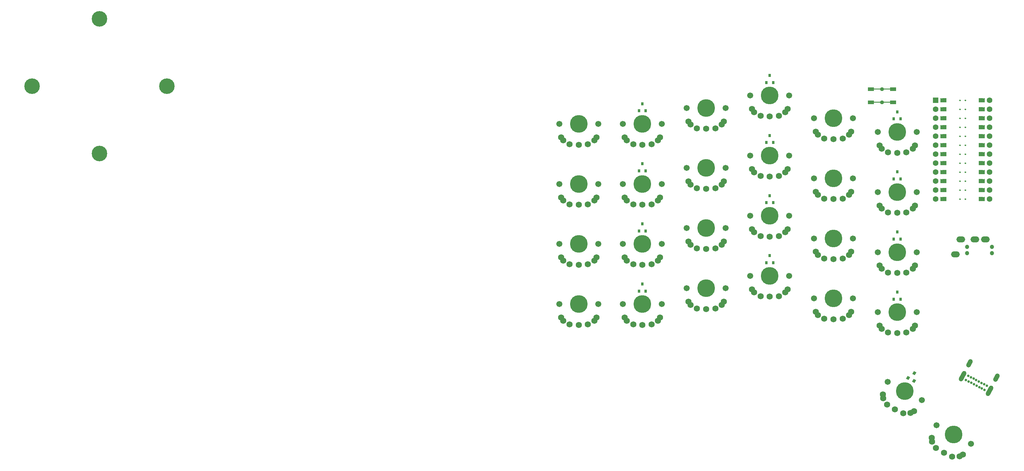
<source format=gbr>
%TF.GenerationSoftware,KiCad,Pcbnew,7.0.6*%
%TF.CreationDate,2023-11-22T22:17:55+08:00*%
%TF.ProjectId,handfull,68616e64-6675-46c6-9c2e-6b696361645f,rev?*%
%TF.SameCoordinates,Original*%
%TF.FileFunction,Soldermask,Top*%
%TF.FilePolarity,Negative*%
%FSLAX46Y46*%
G04 Gerber Fmt 4.6, Leading zero omitted, Abs format (unit mm)*
G04 Created by KiCad (PCBNEW 7.0.6) date 2023-11-22 22:17:55*
%MOMM*%
%LPD*%
G01*
G04 APERTURE LIST*
G04 Aperture macros list*
%AMHorizOval*
0 Thick line with rounded ends*
0 $1 width*
0 $2 $3 position (X,Y) of the first rounded end (center of the circle)*
0 $4 $5 position (X,Y) of the second rounded end (center of the circle)*
0 Add line between two ends*
20,1,$1,$2,$3,$4,$5,0*
0 Add two circle primitives to create the rounded ends*
1,1,$1,$2,$3*
1,1,$1,$4,$5*%
%AMRotRect*
0 Rectangle, with rotation*
0 The origin of the aperture is its center*
0 $1 length*
0 $2 width*
0 $3 Rotation angle, in degrees counterclockwise*
0 Add horizontal line*
21,1,$1,$2,0,0,$3*%
%AMFreePoly0*
4,1,41,0.142350,0.531259,0.275000,0.476314,0.388909,0.388909,0.476314,0.275000,0.531259,0.142350,0.533280,0.127000,3.200000,0.127000,3.235780,0.121856,3.295980,0.083167,3.325707,0.018074,3.315523,-0.052758,3.268661,-0.106839,3.200000,-0.127000,0.533280,-0.127000,0.531259,-0.142350,0.476314,-0.275000,0.388909,-0.388909,0.275000,-0.476314,0.142350,-0.531259,0.000000,-0.550000,
-0.142350,-0.531259,-0.275000,-0.476314,-0.388909,-0.388909,-0.476314,-0.275000,-0.531259,-0.142350,-0.533280,-0.127000,-3.200000,-0.127000,-3.235780,-0.121856,-3.295980,-0.083167,-3.325707,-0.018074,-3.315523,0.052758,-3.268661,0.106839,-3.200000,0.127000,-0.533280,0.127000,-0.531259,0.142350,-0.476314,0.275000,-0.388909,0.388909,-0.275000,0.476314,-0.142350,0.531259,0.000000,0.550000,
0.142350,0.531259,0.142350,0.531259,$1*%
%AMFreePoly1*
4,1,6,0.600000,0.200000,0.000000,-0.400000,-0.600000,0.200000,-0.600000,0.400000,0.600000,0.400000,0.600000,0.200000,0.600000,0.200000,$1*%
%AMFreePoly2*
4,1,6,0.600000,-0.250000,-0.600000,-0.250000,-0.600000,1.000000,0.000000,0.400000,0.600000,1.000000,0.600000,-0.250000,0.600000,-0.250000,$1*%
G04 Aperture macros list end*
%ADD10C,0.250000*%
%ADD11C,0.100000*%
%ADD12C,1.701800*%
%ADD13C,5.000000*%
%ADD14C,1.750000*%
%ADD15FreePoly0,0.000000*%
%ADD16R,1.800000X1.100000*%
%ADD17C,1.600000*%
%ADD18FreePoly1,270.000000*%
%ADD19FreePoly1,90.000000*%
%ADD20R,1.600000X1.600000*%
%ADD21FreePoly2,270.000000*%
%ADD22FreePoly2,90.000000*%
%ADD23R,0.800000X0.900000*%
%ADD24C,1.200000*%
%ADD25O,2.500000X1.700000*%
%ADD26RotRect,0.900000X0.800000X61.801000*%
%ADD27C,4.400000*%
%ADD28C,0.700000*%
%ADD29HorizOval,1.300000X0.448909X0.837246X-0.448909X-0.837246X0*%
%ADD30HorizOval,1.300000X0.283521X0.528787X-0.283521X-0.528787X0*%
G04 APERTURE END LIST*
D10*
%TO.C,U2*%
X195402000Y-51363224D02*
G75*
G03*
X195402000Y-51363224I-125000J0D01*
G01*
X193878000Y-51363224D02*
G75*
G03*
X193878000Y-51363224I-125000J0D01*
G01*
X195402000Y-53903224D02*
G75*
G03*
X195402000Y-53903224I-125000J0D01*
G01*
X193878000Y-53903224D02*
G75*
G03*
X193878000Y-53903224I-125000J0D01*
G01*
X195402000Y-56443224D02*
G75*
G03*
X195402000Y-56443224I-125000J0D01*
G01*
X193878000Y-56443224D02*
G75*
G03*
X193878000Y-56443224I-125000J0D01*
G01*
X195402000Y-58983224D02*
G75*
G03*
X195402000Y-58983224I-125000J0D01*
G01*
X193878000Y-58983224D02*
G75*
G03*
X193878000Y-58983224I-125000J0D01*
G01*
X195402000Y-61523224D02*
G75*
G03*
X195402000Y-61523224I-125000J0D01*
G01*
X193878000Y-61523224D02*
G75*
G03*
X193878000Y-61523224I-125000J0D01*
G01*
X195402000Y-64063224D02*
G75*
G03*
X195402000Y-64063224I-125000J0D01*
G01*
X193878000Y-64063224D02*
G75*
G03*
X193878000Y-64063224I-125000J0D01*
G01*
X195402000Y-66603224D02*
G75*
G03*
X195402000Y-66603224I-125000J0D01*
G01*
X193878000Y-66603224D02*
G75*
G03*
X193878000Y-66603224I-125000J0D01*
G01*
X195402000Y-69143224D02*
G75*
G03*
X195402000Y-69143224I-125000J0D01*
G01*
X193878000Y-69143224D02*
G75*
G03*
X193878000Y-69143224I-125000J0D01*
G01*
X195402000Y-71683224D02*
G75*
G03*
X195402000Y-71683224I-125000J0D01*
G01*
X193878000Y-71683224D02*
G75*
G03*
X193878000Y-71683224I-125000J0D01*
G01*
X195402000Y-74223224D02*
G75*
G03*
X195402000Y-74223224I-125000J0D01*
G01*
X193878000Y-74223224D02*
G75*
G03*
X193878000Y-74223224I-125000J0D01*
G01*
X195402000Y-76763224D02*
G75*
G03*
X195402000Y-76763224I-125000J0D01*
G01*
X193878000Y-76763224D02*
G75*
G03*
X193878000Y-76763224I-125000J0D01*
G01*
X195402000Y-79303224D02*
G75*
G03*
X195402000Y-79303224I-125000J0D01*
G01*
X193878000Y-79303224D02*
G75*
G03*
X193878000Y-79303224I-125000J0D01*
G01*
D11*
X189435000Y-51871224D02*
X188419000Y-51871224D01*
X188419000Y-50855224D01*
X189435000Y-50855224D01*
X189435000Y-51871224D01*
G36*
X189435000Y-51871224D02*
G01*
X188419000Y-51871224D01*
X188419000Y-50855224D01*
X189435000Y-50855224D01*
X189435000Y-51871224D01*
G37*
X200611000Y-51871224D02*
X199595000Y-51871224D01*
X199595000Y-50855224D01*
X200611000Y-50855224D01*
X200611000Y-51871224D01*
G36*
X200611000Y-51871224D02*
G01*
X199595000Y-51871224D01*
X199595000Y-50855224D01*
X200611000Y-50855224D01*
X200611000Y-51871224D01*
G37*
X189435000Y-54411224D02*
X188419000Y-54411224D01*
X188419000Y-53395224D01*
X189435000Y-53395224D01*
X189435000Y-54411224D01*
G36*
X189435000Y-54411224D02*
G01*
X188419000Y-54411224D01*
X188419000Y-53395224D01*
X189435000Y-53395224D01*
X189435000Y-54411224D01*
G37*
X200611000Y-54411224D02*
X199595000Y-54411224D01*
X199595000Y-53395224D01*
X200611000Y-53395224D01*
X200611000Y-54411224D01*
G36*
X200611000Y-54411224D02*
G01*
X199595000Y-54411224D01*
X199595000Y-53395224D01*
X200611000Y-53395224D01*
X200611000Y-54411224D01*
G37*
X189435000Y-56951224D02*
X188419000Y-56951224D01*
X188419000Y-55935224D01*
X189435000Y-55935224D01*
X189435000Y-56951224D01*
G36*
X189435000Y-56951224D02*
G01*
X188419000Y-56951224D01*
X188419000Y-55935224D01*
X189435000Y-55935224D01*
X189435000Y-56951224D01*
G37*
X200611000Y-56951224D02*
X199595000Y-56951224D01*
X199595000Y-55935224D01*
X200611000Y-55935224D01*
X200611000Y-56951224D01*
G36*
X200611000Y-56951224D02*
G01*
X199595000Y-56951224D01*
X199595000Y-55935224D01*
X200611000Y-55935224D01*
X200611000Y-56951224D01*
G37*
X189435000Y-59491224D02*
X188419000Y-59491224D01*
X188419000Y-58475224D01*
X189435000Y-58475224D01*
X189435000Y-59491224D01*
G36*
X189435000Y-59491224D02*
G01*
X188419000Y-59491224D01*
X188419000Y-58475224D01*
X189435000Y-58475224D01*
X189435000Y-59491224D01*
G37*
X200611000Y-59491224D02*
X199595000Y-59491224D01*
X199595000Y-58475224D01*
X200611000Y-58475224D01*
X200611000Y-59491224D01*
G36*
X200611000Y-59491224D02*
G01*
X199595000Y-59491224D01*
X199595000Y-58475224D01*
X200611000Y-58475224D01*
X200611000Y-59491224D01*
G37*
X189435000Y-62031224D02*
X188419000Y-62031224D01*
X188419000Y-61015224D01*
X189435000Y-61015224D01*
X189435000Y-62031224D01*
G36*
X189435000Y-62031224D02*
G01*
X188419000Y-62031224D01*
X188419000Y-61015224D01*
X189435000Y-61015224D01*
X189435000Y-62031224D01*
G37*
X200611000Y-62031224D02*
X199595000Y-62031224D01*
X199595000Y-61015224D01*
X200611000Y-61015224D01*
X200611000Y-62031224D01*
G36*
X200611000Y-62031224D02*
G01*
X199595000Y-62031224D01*
X199595000Y-61015224D01*
X200611000Y-61015224D01*
X200611000Y-62031224D01*
G37*
X189435000Y-64571224D02*
X188419000Y-64571224D01*
X188419000Y-63555224D01*
X189435000Y-63555224D01*
X189435000Y-64571224D01*
G36*
X189435000Y-64571224D02*
G01*
X188419000Y-64571224D01*
X188419000Y-63555224D01*
X189435000Y-63555224D01*
X189435000Y-64571224D01*
G37*
X200611000Y-64571224D02*
X199595000Y-64571224D01*
X199595000Y-63555224D01*
X200611000Y-63555224D01*
X200611000Y-64571224D01*
G36*
X200611000Y-64571224D02*
G01*
X199595000Y-64571224D01*
X199595000Y-63555224D01*
X200611000Y-63555224D01*
X200611000Y-64571224D01*
G37*
X189435000Y-67111224D02*
X188419000Y-67111224D01*
X188419000Y-66095224D01*
X189435000Y-66095224D01*
X189435000Y-67111224D01*
G36*
X189435000Y-67111224D02*
G01*
X188419000Y-67111224D01*
X188419000Y-66095224D01*
X189435000Y-66095224D01*
X189435000Y-67111224D01*
G37*
X200611000Y-67111224D02*
X199595000Y-67111224D01*
X199595000Y-66095224D01*
X200611000Y-66095224D01*
X200611000Y-67111224D01*
G36*
X200611000Y-67111224D02*
G01*
X199595000Y-67111224D01*
X199595000Y-66095224D01*
X200611000Y-66095224D01*
X200611000Y-67111224D01*
G37*
X189435000Y-69651224D02*
X188419000Y-69651224D01*
X188419000Y-68635224D01*
X189435000Y-68635224D01*
X189435000Y-69651224D01*
G36*
X189435000Y-69651224D02*
G01*
X188419000Y-69651224D01*
X188419000Y-68635224D01*
X189435000Y-68635224D01*
X189435000Y-69651224D01*
G37*
X200611000Y-69651224D02*
X199595000Y-69651224D01*
X199595000Y-68635224D01*
X200611000Y-68635224D01*
X200611000Y-69651224D01*
G36*
X200611000Y-69651224D02*
G01*
X199595000Y-69651224D01*
X199595000Y-68635224D01*
X200611000Y-68635224D01*
X200611000Y-69651224D01*
G37*
X189435000Y-72191224D02*
X188419000Y-72191224D01*
X188419000Y-71175224D01*
X189435000Y-71175224D01*
X189435000Y-72191224D01*
G36*
X189435000Y-72191224D02*
G01*
X188419000Y-72191224D01*
X188419000Y-71175224D01*
X189435000Y-71175224D01*
X189435000Y-72191224D01*
G37*
X200611000Y-72191224D02*
X199595000Y-72191224D01*
X199595000Y-71175224D01*
X200611000Y-71175224D01*
X200611000Y-72191224D01*
G36*
X200611000Y-72191224D02*
G01*
X199595000Y-72191224D01*
X199595000Y-71175224D01*
X200611000Y-71175224D01*
X200611000Y-72191224D01*
G37*
X189435000Y-74731224D02*
X188419000Y-74731224D01*
X188419000Y-73715224D01*
X189435000Y-73715224D01*
X189435000Y-74731224D01*
G36*
X189435000Y-74731224D02*
G01*
X188419000Y-74731224D01*
X188419000Y-73715224D01*
X189435000Y-73715224D01*
X189435000Y-74731224D01*
G37*
X200611000Y-74731224D02*
X199595000Y-74731224D01*
X199595000Y-73715224D01*
X200611000Y-73715224D01*
X200611000Y-74731224D01*
G36*
X200611000Y-74731224D02*
G01*
X199595000Y-74731224D01*
X199595000Y-73715224D01*
X200611000Y-73715224D01*
X200611000Y-74731224D01*
G37*
X189435000Y-77271224D02*
X188419000Y-77271224D01*
X188419000Y-76255224D01*
X189435000Y-76255224D01*
X189435000Y-77271224D01*
G36*
X189435000Y-77271224D02*
G01*
X188419000Y-77271224D01*
X188419000Y-76255224D01*
X189435000Y-76255224D01*
X189435000Y-77271224D01*
G37*
X200611000Y-77271224D02*
X199595000Y-77271224D01*
X199595000Y-76255224D01*
X200611000Y-76255224D01*
X200611000Y-77271224D01*
G36*
X200611000Y-77271224D02*
G01*
X199595000Y-77271224D01*
X199595000Y-76255224D01*
X200611000Y-76255224D01*
X200611000Y-77271224D01*
G37*
X189435000Y-79811224D02*
X188419000Y-79811224D01*
X188419000Y-78795224D01*
X189435000Y-78795224D01*
X189435000Y-79811224D01*
G36*
X189435000Y-79811224D02*
G01*
X188419000Y-79811224D01*
X188419000Y-78795224D01*
X189435000Y-78795224D01*
X189435000Y-79811224D01*
G37*
X200611000Y-79811224D02*
X199595000Y-79811224D01*
X199595000Y-78795224D01*
X200611000Y-78795224D01*
X200611000Y-79811224D01*
G36*
X200611000Y-79811224D02*
G01*
X199595000Y-79811224D01*
X199595000Y-78795224D01*
X200611000Y-78795224D01*
X200611000Y-79811224D01*
G37*
%TD*%
D12*
%TO.C,K26*%
X187140000Y-143280000D03*
D13*
X191987169Y-145879029D03*
D12*
X196834338Y-148478058D03*
D14*
X186978613Y-149717892D03*
X189199119Y-151078719D03*
X191561391Y-152175156D03*
X185784959Y-146865228D03*
X185888445Y-147941932D03*
X193643916Y-152100379D03*
X194597993Y-151590736D03*
%TD*%
D12*
%TO.C,K25*%
X173287831Y-131000971D03*
D13*
X178135000Y-133600000D03*
D12*
X182982169Y-136199029D03*
D14*
X173126444Y-137438863D03*
X175346950Y-138799690D03*
X177709222Y-139896127D03*
X171932790Y-134586199D03*
X172036276Y-135662903D03*
X179791747Y-139821350D03*
X180745824Y-139311707D03*
%TD*%
D15*
%TO.C,SW2*%
X171710000Y-48210000D03*
D16*
X168610000Y-48210000D03*
X174810000Y-48210000D03*
X168610000Y-51910000D03*
X174810000Y-51910000D03*
D15*
X171710000Y-51910000D03*
%TD*%
D17*
%TO.C,U2*%
X202135000Y-51363224D03*
D18*
X200357000Y-51363224D03*
D19*
X188673000Y-51363224D03*
D17*
X186895000Y-51363224D03*
D20*
X186895000Y-51363224D03*
D17*
X202135000Y-53903224D03*
D18*
X200357000Y-53903224D03*
D19*
X188673000Y-53903224D03*
D17*
X186895000Y-53903224D03*
X202135000Y-56443224D03*
D18*
X200357000Y-56443224D03*
D19*
X188673000Y-56443224D03*
D17*
X186895000Y-56443224D03*
X202135000Y-58983224D03*
D18*
X200357000Y-58983224D03*
D19*
X188673000Y-58983224D03*
D17*
X186895000Y-58983224D03*
X202135000Y-61523224D03*
D18*
X200357000Y-61523224D03*
D19*
X188673000Y-61523224D03*
D17*
X186895000Y-61523224D03*
X202135000Y-64063224D03*
D18*
X200357000Y-64063224D03*
D19*
X188673000Y-64063224D03*
D17*
X186895000Y-64063224D03*
X202135000Y-66603224D03*
D18*
X200357000Y-66603224D03*
D19*
X188673000Y-66603224D03*
D17*
X186895000Y-66603224D03*
X202135000Y-69143224D03*
D18*
X200357000Y-69143224D03*
D19*
X188673000Y-69143224D03*
D17*
X186895000Y-69143224D03*
X202135000Y-71683224D03*
D18*
X200357000Y-71683224D03*
D19*
X188673000Y-71683224D03*
D17*
X186895000Y-71683224D03*
X202135000Y-74223224D03*
D18*
X200357000Y-74223224D03*
D19*
X188673000Y-74223224D03*
D17*
X186895000Y-74223224D03*
X202135000Y-76763224D03*
D18*
X200357000Y-76763224D03*
D19*
X188673000Y-76763224D03*
D17*
X186895000Y-76763224D03*
X202135000Y-79303224D03*
D18*
X200357000Y-79303224D03*
D19*
X188673000Y-79303224D03*
D17*
X186895000Y-79303224D03*
D21*
X199341000Y-51363224D03*
X199341000Y-53903224D03*
X199341000Y-56443224D03*
X199341000Y-58983224D03*
X199341000Y-61523224D03*
X199341000Y-64063224D03*
X199341000Y-66603224D03*
X199341000Y-69143224D03*
X199341000Y-71683224D03*
X199341000Y-74223224D03*
X199341000Y-76763224D03*
X199341000Y-79303224D03*
D22*
X189689000Y-79303224D03*
X189689000Y-76763224D03*
X189689000Y-74223224D03*
X189689000Y-71683224D03*
X189689000Y-69143224D03*
X189689000Y-66603224D03*
X189689000Y-64063224D03*
X189689000Y-61523224D03*
X189689000Y-58983224D03*
X189689000Y-56443224D03*
X189689000Y-53903224D03*
X189689000Y-51363224D03*
%TD*%
D12*
%TO.C,K3*%
X80500000Y-92000000D03*
D13*
X86000000Y-92000000D03*
D12*
X91500000Y-92000000D03*
D14*
X83400000Y-97750000D03*
X86000000Y-97900000D03*
X88600000Y-97750000D03*
X81000000Y-95800000D03*
X81600000Y-96700000D03*
X90400000Y-96700000D03*
X91000000Y-95800000D03*
%TD*%
D12*
%TO.C,K7*%
X98500000Y-92000000D03*
D13*
X104000000Y-92000000D03*
D12*
X109500000Y-92000000D03*
D14*
X101400000Y-97750000D03*
X104000000Y-97900000D03*
X106600000Y-97750000D03*
X99000000Y-95800000D03*
X99600000Y-96700000D03*
X108400000Y-96700000D03*
X109000000Y-95800000D03*
%TD*%
D12*
%TO.C,K16*%
X134500000Y-101000000D03*
D13*
X140000000Y-101000000D03*
D12*
X145500000Y-101000000D03*
D14*
X137400000Y-106750000D03*
X140000000Y-106900000D03*
X142600000Y-106750000D03*
X135000000Y-104800000D03*
X135600000Y-105700000D03*
X144400000Y-105700000D03*
X145000000Y-104800000D03*
%TD*%
D12*
%TO.C,K17*%
X152500000Y-56400000D03*
D13*
X158000000Y-56400000D03*
D12*
X163500000Y-56400000D03*
D14*
X155400000Y-62150000D03*
X158000000Y-62300000D03*
X160600000Y-62150000D03*
X153000000Y-60200000D03*
X153600000Y-61100000D03*
X162400000Y-61100000D03*
X163000000Y-60200000D03*
%TD*%
D12*
%TO.C,K11*%
X116500000Y-87500000D03*
D13*
X122000000Y-87500000D03*
D12*
X127500000Y-87500000D03*
D14*
X119400000Y-93250000D03*
X122000000Y-93400000D03*
X124600000Y-93250000D03*
X117000000Y-91300000D03*
X117600000Y-92200000D03*
X126400000Y-92200000D03*
X127000000Y-91300000D03*
%TD*%
D12*
%TO.C,K5*%
X98500000Y-58000000D03*
D13*
X104000000Y-58000000D03*
D12*
X109500000Y-58000000D03*
D14*
X101400000Y-63750000D03*
X104000000Y-63900000D03*
X106600000Y-63750000D03*
X99000000Y-61800000D03*
X99600000Y-62700000D03*
X108400000Y-62700000D03*
X109000000Y-61800000D03*
%TD*%
D23*
%TO.C,D4*%
X103050000Y-105300000D03*
X104950000Y-105300000D03*
X104000000Y-103300000D03*
%TD*%
%TO.C,D10*%
X175050000Y-56600000D03*
X176950000Y-56600000D03*
X176000000Y-54600000D03*
%TD*%
D12*
%TO.C,K23*%
X170500000Y-94300000D03*
D13*
X176000000Y-94300000D03*
D12*
X181500000Y-94300000D03*
D14*
X173400000Y-100050000D03*
X176000000Y-100200000D03*
X178600000Y-100050000D03*
X171000000Y-98100000D03*
X171600000Y-99000000D03*
X180400000Y-99000000D03*
X181000000Y-98100000D03*
%TD*%
D12*
%TO.C,K14*%
X134500000Y-67000000D03*
D13*
X140000000Y-67000000D03*
D12*
X145500000Y-67000000D03*
D14*
X137400000Y-72750000D03*
X140000000Y-72900000D03*
X142600000Y-72750000D03*
X135000000Y-70800000D03*
X135600000Y-71700000D03*
X144400000Y-71700000D03*
X145000000Y-70800000D03*
%TD*%
D24*
%TO.C,J5*%
X195760000Y-94570000D03*
X202760000Y-94570000D03*
D25*
X197960000Y-90720000D03*
X200960000Y-90720000D03*
X192460000Y-94920000D03*
X193960000Y-90720000D03*
D24*
X202760000Y-92820000D03*
X195760000Y-92820000D03*
%TD*%
D12*
%TO.C,K18*%
X152500000Y-73400000D03*
D13*
X158000000Y-73400000D03*
D12*
X163500000Y-73400000D03*
D14*
X155400000Y-79150000D03*
X158000000Y-79300000D03*
X160600000Y-79150000D03*
X153000000Y-77200000D03*
X153600000Y-78100000D03*
X162400000Y-78100000D03*
X163000000Y-77200000D03*
%TD*%
D12*
%TO.C,K10*%
X116500000Y-70500000D03*
D13*
X122000000Y-70500000D03*
D12*
X127500000Y-70500000D03*
D14*
X119400000Y-76250000D03*
X122000000Y-76400000D03*
X124600000Y-76250000D03*
X117000000Y-74300000D03*
X117600000Y-75200000D03*
X126400000Y-75200000D03*
X127000000Y-74300000D03*
%TD*%
D12*
%TO.C,K6*%
X98500000Y-75000000D03*
D13*
X104000000Y-75000000D03*
D12*
X109500000Y-75000000D03*
D14*
X101400000Y-80750000D03*
X104000000Y-80900000D03*
X106600000Y-80750000D03*
X99000000Y-78800000D03*
X99600000Y-79700000D03*
X108400000Y-79700000D03*
X109000000Y-78800000D03*
%TD*%
D26*
%TO.C,D14*%
X179057500Y-129884684D03*
X180731992Y-130782501D03*
X180839816Y-128570969D03*
%TD*%
D23*
%TO.C,D1*%
X103050000Y-54300000D03*
X104950000Y-54300000D03*
X104000000Y-52300000D03*
%TD*%
D12*
%TO.C,K12*%
X116500000Y-104500000D03*
D13*
X122000000Y-104500000D03*
D12*
X127500000Y-104500000D03*
D14*
X119400000Y-110250000D03*
X122000000Y-110400000D03*
X124600000Y-110250000D03*
X117000000Y-108300000D03*
X117600000Y-109200000D03*
X126400000Y-109200000D03*
X127000000Y-108300000D03*
%TD*%
D23*
%TO.C,D5*%
X139050000Y-97300000D03*
X140950000Y-97300000D03*
X140000000Y-95300000D03*
%TD*%
D12*
%TO.C,K22*%
X170500000Y-77300000D03*
D13*
X176000000Y-77300000D03*
D12*
X181500000Y-77300000D03*
D14*
X173400000Y-83050000D03*
X176000000Y-83200000D03*
X178600000Y-83050000D03*
X171000000Y-81100000D03*
X171600000Y-82000000D03*
X180400000Y-82000000D03*
X181000000Y-81100000D03*
%TD*%
D27*
%TO.C,H13*%
X-68455000Y-47330000D03*
X-30355000Y-47330000D03*
X-49405000Y-66380000D03*
X-49405000Y-28280000D03*
%TD*%
D12*
%TO.C,K20*%
X152500000Y-107400000D03*
D13*
X158000000Y-107400000D03*
D12*
X163500000Y-107400000D03*
D14*
X155400000Y-113150000D03*
X158000000Y-113300000D03*
X160600000Y-113150000D03*
X153000000Y-111200000D03*
X153600000Y-112100000D03*
X162400000Y-112100000D03*
X163000000Y-111200000D03*
%TD*%
D12*
%TO.C,K15*%
X134500000Y-84000000D03*
D13*
X140000000Y-84000000D03*
D12*
X145500000Y-84000000D03*
D14*
X137400000Y-89750000D03*
X140000000Y-89900000D03*
X142600000Y-89750000D03*
X135000000Y-87800000D03*
X135600000Y-88700000D03*
X144400000Y-88700000D03*
X145000000Y-87800000D03*
%TD*%
D12*
%TO.C,K4*%
X80500000Y-109000000D03*
D13*
X86000000Y-109000000D03*
D12*
X91500000Y-109000000D03*
D14*
X83400000Y-114750000D03*
X86000000Y-114900000D03*
X88600000Y-114750000D03*
X81000000Y-112800000D03*
X81600000Y-113700000D03*
X90400000Y-113700000D03*
X91000000Y-112800000D03*
%TD*%
D12*
%TO.C,K21*%
X170500000Y-60300000D03*
D13*
X176000000Y-60300000D03*
D12*
X181500000Y-60300000D03*
D14*
X173400000Y-66050000D03*
X176000000Y-66200000D03*
X178600000Y-66050000D03*
X171000000Y-64100000D03*
X171600000Y-65000000D03*
X180400000Y-65000000D03*
X181000000Y-64100000D03*
%TD*%
D12*
%TO.C,K13*%
X134500000Y-50000000D03*
D13*
X140000000Y-50000000D03*
D12*
X145500000Y-50000000D03*
D14*
X137400000Y-55750000D03*
X140000000Y-55900000D03*
X142600000Y-55750000D03*
X135000000Y-53800000D03*
X135600000Y-54700000D03*
X144400000Y-54700000D03*
X145000000Y-53800000D03*
%TD*%
D12*
%TO.C,K2*%
X80500000Y-75000000D03*
D13*
X86000000Y-75000000D03*
D12*
X91500000Y-75000000D03*
D14*
X83400000Y-80750000D03*
X86000000Y-80900000D03*
X88600000Y-80750000D03*
X81000000Y-78800000D03*
X81600000Y-79700000D03*
X90400000Y-79700000D03*
X91000000Y-78800000D03*
%TD*%
D23*
%TO.C,D6*%
X139050000Y-46300000D03*
X140950000Y-46300000D03*
X140000000Y-44300000D03*
%TD*%
D12*
%TO.C,K1*%
X80500000Y-58000000D03*
D13*
X86000000Y-58000000D03*
D12*
X91500000Y-58000000D03*
D14*
X83400000Y-63750000D03*
X86000000Y-63900000D03*
X88600000Y-63750000D03*
X81000000Y-61800000D03*
X81600000Y-62700000D03*
X90400000Y-62700000D03*
X91000000Y-61800000D03*
%TD*%
D23*
%TO.C,D8*%
X139050000Y-80300000D03*
X140950000Y-80300000D03*
X140000000Y-78300000D03*
%TD*%
D12*
%TO.C,K24*%
X170500000Y-111300000D03*
D13*
X176000000Y-111300000D03*
D12*
X181500000Y-111300000D03*
D14*
X173400000Y-117050000D03*
X176000000Y-117200000D03*
X178600000Y-117050000D03*
X171000000Y-115100000D03*
X171600000Y-116000000D03*
X180400000Y-116000000D03*
X181000000Y-115100000D03*
%TD*%
D23*
%TO.C,D11*%
X175050000Y-73600000D03*
X176950000Y-73600000D03*
X176000000Y-71600000D03*
%TD*%
%TO.C,D9*%
X175050000Y-107600000D03*
X176950000Y-107600000D03*
X176000000Y-105600000D03*
%TD*%
D12*
%TO.C,K19*%
X152500000Y-90400000D03*
D13*
X158000000Y-90400000D03*
D12*
X163500000Y-90400000D03*
D14*
X155400000Y-96150000D03*
X158000000Y-96300000D03*
X160600000Y-96150000D03*
X153000000Y-94200000D03*
X153600000Y-95100000D03*
X162400000Y-95100000D03*
X163000000Y-94200000D03*
%TD*%
D23*
%TO.C,D2*%
X103050000Y-71300000D03*
X104950000Y-71300000D03*
X104000000Y-69300000D03*
%TD*%
D12*
%TO.C,K9*%
X116500000Y-53500000D03*
D13*
X122000000Y-53500000D03*
D12*
X127500000Y-53500000D03*
D14*
X119400000Y-59250000D03*
X122000000Y-59400000D03*
X124600000Y-59250000D03*
X117000000Y-57300000D03*
X117600000Y-58200000D03*
X126400000Y-58200000D03*
X127000000Y-57300000D03*
%TD*%
D28*
%TO.C,J2*%
X200687007Y-133297827D03*
X199937892Y-132896172D03*
X199188777Y-132494517D03*
X198439662Y-132092862D03*
X197690547Y-131691207D03*
X196941432Y-131289552D03*
X196192317Y-130887897D03*
X195443202Y-130486242D03*
X196081125Y-129296471D03*
X196830240Y-129698126D03*
X197579355Y-130099781D03*
X198328470Y-130501436D03*
X199077585Y-130903091D03*
X199826700Y-131304746D03*
X200575814Y-131706401D03*
X201324929Y-132108056D03*
D29*
X202108639Y-133492732D03*
D30*
X204069660Y-129835288D03*
D29*
X194494105Y-129410026D03*
D30*
X196455127Y-125752582D03*
%TD*%
D23*
%TO.C,D3*%
X103050000Y-88300000D03*
X104950000Y-88300000D03*
X104000000Y-86300000D03*
%TD*%
%TO.C,D7*%
X139050000Y-63300000D03*
X140950000Y-63300000D03*
X140000000Y-61300000D03*
%TD*%
D12*
%TO.C,K8*%
X98500000Y-109000000D03*
D13*
X104000000Y-109000000D03*
D12*
X109500000Y-109000000D03*
D14*
X101400000Y-114750000D03*
X104000000Y-114900000D03*
X106600000Y-114750000D03*
X99000000Y-112800000D03*
X99600000Y-113700000D03*
X108400000Y-113700000D03*
X109000000Y-112800000D03*
%TD*%
D23*
%TO.C,D12*%
X175050000Y-90600000D03*
X176950000Y-90600000D03*
X176000000Y-88600000D03*
%TD*%
M02*

</source>
